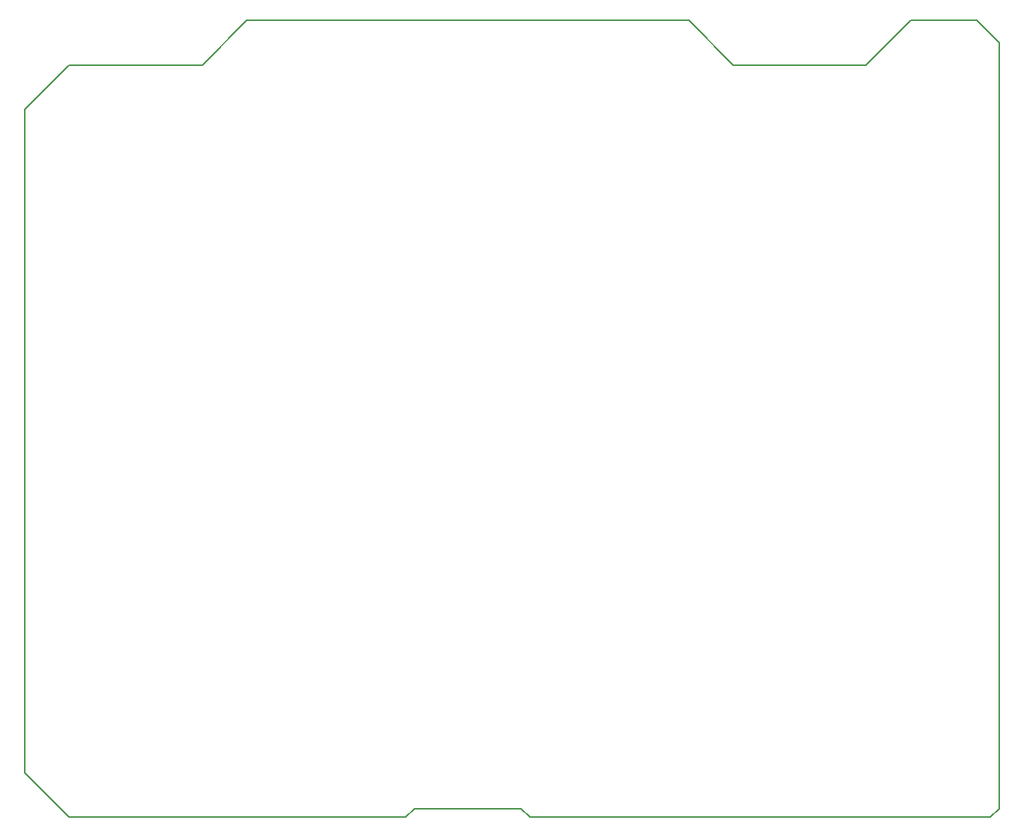
<source format=gbr>
G04 #@! TF.FileFunction,Profile,NP*
%FSLAX46Y46*%
G04 Gerber Fmt 4.6, Leading zero omitted, Abs format (unit mm)*
G04 Created by KiCad (PCBNEW 4.0.5) date Saturday, August 26, 2017 'PMt' 01:35:58 PM*
%MOMM*%
%LPD*%
G01*
G04 APERTURE LIST*
%ADD10C,0.100000*%
%ADD11C,0.150000*%
G04 APERTURE END LIST*
D10*
D11*
X193000000Y-160000000D02*
X155000000Y-160000000D01*
X194000000Y-159000000D02*
X193000000Y-160000000D01*
X206000000Y-159000000D02*
X194000000Y-159000000D01*
X207000000Y-160000000D02*
X206000000Y-159000000D01*
X259000000Y-160000000D02*
X260000000Y-159000000D01*
X257500000Y-70000000D02*
X260000000Y-72500000D01*
X155000000Y-75000000D02*
X150000000Y-80000000D01*
X155000000Y-160000000D02*
X150000000Y-155000000D01*
X245000000Y-75000000D02*
X230000000Y-75000000D01*
X250000000Y-70000000D02*
X245000000Y-75000000D01*
X257500000Y-70000000D02*
X250000000Y-70000000D01*
X260000000Y-75000000D02*
X260000000Y-72500000D01*
X225000000Y-70000000D02*
X230000000Y-75000000D01*
X175000000Y-70000000D02*
X225000000Y-70000000D01*
X170000000Y-75000000D02*
X175000000Y-70000000D01*
X155000000Y-75000000D02*
X170000000Y-75000000D01*
X150000000Y-155000000D02*
X150000000Y-80000000D01*
X259000000Y-160000000D02*
X207000000Y-160000000D01*
X260000000Y-75000000D02*
X260000000Y-159000000D01*
M02*

</source>
